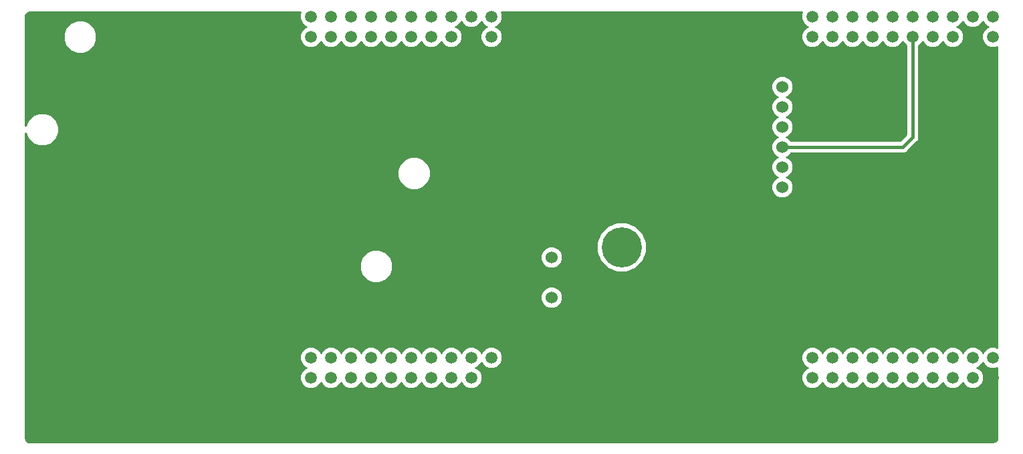
<source format=gbr>
G04 #@! TF.GenerationSoftware,KiCad,Pcbnew,(5.0.2)-1*
G04 #@! TF.CreationDate,2019-03-16T10:10:26-05:00*
G04 #@! TF.ProjectId,ClockingBoard_Hardware,436c6f63-6b69-46e6-9742-6f6172645f48,rev?*
G04 #@! TF.SameCoordinates,Original*
G04 #@! TF.FileFunction,Copper,L2,Bot*
G04 #@! TF.FilePolarity,Positive*
%FSLAX46Y46*%
G04 Gerber Fmt 4.6, Leading zero omitted, Abs format (unit mm)*
G04 Created by KiCad (PCBNEW (5.0.2)-1) date 3/16/2019 10:10:26 AM*
%MOMM*%
%LPD*%
G01*
G04 APERTURE LIST*
G04 #@! TA.AperFunction,ComponentPad*
%ADD10C,5.080000*%
G04 #@! TD*
G04 #@! TA.AperFunction,ComponentPad*
%ADD11C,1.524000*%
G04 #@! TD*
G04 #@! TA.AperFunction,ComponentPad*
%ADD12C,1.520000*%
G04 #@! TD*
G04 #@! TA.AperFunction,Conductor*
%ADD13C,0.381000*%
G04 #@! TD*
G04 #@! TA.AperFunction,Conductor*
%ADD14C,0.254000*%
G04 #@! TD*
G04 APERTURE END LIST*
D10*
G04 #@! TO.P,Conn1,2*
G04 #@! TO.N,/+12V*
X76200000Y-30480000D03*
G04 #@! TO.P,Conn1,1*
G04 #@! TO.N,GND*
X76200000Y-38354000D03*
G04 #@! TD*
D11*
G04 #@! TO.P,U1,1*
G04 #@! TO.N,/+12V*
X67310000Y-31750000D03*
G04 #@! TO.P,U1,2*
G04 #@! TO.N,GND*
X67310000Y-34290000D03*
G04 #@! TO.P,U1,3*
G04 #@! TO.N,+3V3*
X67310000Y-36830000D03*
G04 #@! TD*
G04 #@! TO.P,Conn2,1*
G04 #@! TO.N,+3V3*
X96520000Y-22860000D03*
G04 #@! TO.P,Conn2,2*
G04 #@! TO.N,Sync2*
X96520000Y-20320000D03*
G04 #@! TO.P,Conn2,3*
G04 #@! TO.N,Sync1*
X96520000Y-17780000D03*
G04 #@! TO.P,Conn2,4*
G04 #@! TO.N,ICG*
X96520000Y-15240000D03*
G04 #@! TO.P,Conn2,5*
G04 #@! TO.N,SH*
X96520000Y-12700000D03*
G04 #@! TO.P,Conn2,6*
G04 #@! TO.N,M*
X96520000Y-10160000D03*
G04 #@! TO.P,Conn2,7*
G04 #@! TO.N,GND*
X96520000Y-7620000D03*
G04 #@! TD*
D12*
G04 #@! TO.P,U2,+3V3'*
G04 #@! TO.N,+3V3*
X59690000Y-1270000D03*
G04 #@! TO.P,U2,PM6*
G04 #@! TO.N,N/C*
X36830000Y-46990000D03*
G04 #@! TO.P,U2,PQ1*
X39370000Y-46990000D03*
G04 #@! TO.P,U2,PQ2*
X46990000Y-46990000D03*
G04 #@! TO.P,U2,PK0*
X49530000Y-3810000D03*
G04 #@! TO.P,U2,PQ3*
X44450000Y-46990000D03*
G04 #@! TO.P,U2,PP3*
X41910000Y-46990000D03*
G04 #@! TO.P,U2,PQ0*
G04 #@! TO.N,Net-(U2-PadPQ0)*
X44450000Y-1270000D03*
G04 #@! TO.P,U2,PA4*
G04 #@! TO.N,N/C*
X39370000Y-3810000D03*
G04 #@! TO.P,U2,Rese`*
X49530000Y-46990000D03*
G04 #@! TO.P,U2,PA7*
X52070000Y-46990000D03*
G04 #@! TO.P,U2,PN5*
G04 #@! TO.N,Net-(U2-PadPN5)*
X39370000Y-1270000D03*
G04 #@! TO.P,U2,PK2*
G04 #@! TO.N,N/C*
X44450000Y-3810000D03*
G04 #@! TO.P,U2,PK1*
X46990000Y-3810000D03*
G04 #@! TO.P,U2,+5V`*
X59690000Y-3810000D03*
G04 #@! TO.P,U2,GND*
G04 #@! TO.N,GND*
X57150000Y-3810000D03*
G04 #@! TO.P,U2,PB4*
G04 #@! TO.N,N/C*
X54610000Y-3810000D03*
G04 #@! TO.P,U2,PB5*
X52070000Y-3810000D03*
G04 #@! TO.P,U2,PK3*
X41910000Y-3810000D03*
G04 #@! TO.P,U2,PA5*
X36830000Y-3810000D03*
G04 #@! TO.P,U2,PD2*
G04 #@! TO.N,Net-(U2-PadPD2)*
X57150000Y-1270000D03*
G04 #@! TO.P,U2,PP0*
G04 #@! TO.N,Net-(U2-PadPP0)*
X54610000Y-1270000D03*
G04 #@! TO.P,U2,PP1*
G04 #@! TO.N,Net-(U2-PadPP1)*
X52070000Y-1270000D03*
G04 #@! TO.P,U2,PD4*
G04 #@! TO.N,Net-(U2-PadPD4)*
X49530000Y-1270000D03*
G04 #@! TO.P,U2,PD5*
G04 #@! TO.N,Net-(U2-PadPD5)*
X46990000Y-1270000D03*
G04 #@! TO.P,U2,PP4*
G04 #@! TO.N,Net-(U2-PadPP4)*
X41910000Y-1270000D03*
G04 #@! TO.P,U2,PN4*
G04 #@! TO.N,Net-(U2-PadPN4)*
X36830000Y-1270000D03*
G04 #@! TO.P,U2,PG1*
G04 #@! TO.N,N/C*
X59690000Y-44450000D03*
G04 #@! TO.P,U2,PK4*
X57150000Y-44450000D03*
G04 #@! TO.P,U2,PK5*
X54610000Y-44450000D03*
G04 #@! TO.P,U2,PM0*
X52070000Y-44450000D03*
G04 #@! TO.P,U2,PM1*
X49530000Y-44450000D03*
G04 #@! TO.P,U2,PM2*
X46990000Y-44450000D03*
G04 #@! TO.P,U2,PH0*
X44450000Y-44450000D03*
G04 #@! TO.P,U2,PH1*
X41910000Y-44450000D03*
G04 #@! TO.P,U2,PK6*
X39370000Y-44450000D03*
G04 #@! TO.P,U2,PK7*
X36830000Y-44450000D03*
G04 #@! TO.P,U2,GND*
G04 #@! TO.N,GND*
X59690000Y-46990000D03*
G04 #@! TO.P,U2,PM7*
G04 #@! TO.N,N/C*
X57150000Y-46990000D03*
G04 #@! TO.P,U2,PP5*
X54610000Y-46990000D03*
G04 #@! TO.P,U2,+5V*
G04 #@! TO.N,Net-(U2-Pad+5V)*
X123190000Y-3810000D03*
G04 #@! TO.P,U2,GND*
G04 #@! TO.N,GND*
X120650000Y-3810000D03*
G04 #@! TO.P,U2,PE0*
G04 #@! TO.N,M*
X118110000Y-3810000D03*
G04 #@! TO.P,U2,PE1*
G04 #@! TO.N,ICG*
X115570000Y-3810000D03*
G04 #@! TO.P,U2,PE2*
G04 #@! TO.N,Sync1*
X113030000Y-3810000D03*
G04 #@! TO.P,U2,PE3*
G04 #@! TO.N,SH*
X110490000Y-3810000D03*
G04 #@! TO.P,U2,PD7*
G04 #@! TO.N,Net-(U2-PadPD7)*
X107950000Y-3810000D03*
G04 #@! TO.P,U2,PA6*
G04 #@! TO.N,Net-(U2-PadPA6)*
X105410000Y-3810000D03*
G04 #@! TO.P,U2,PM4*
G04 #@! TO.N,Net-(U2-PadPM4)*
X102870000Y-3810000D03*
G04 #@! TO.P,U2,PM5*
G04 #@! TO.N,Net-(U2-PadPM5)*
X100330000Y-3810000D03*
G04 #@! TO.P,U2,+3V3*
G04 #@! TO.N,Net-(U2-Pad+3V3)*
X123190000Y-1270000D03*
G04 #@! TO.P,U2,PE4*
G04 #@! TO.N,Sync2*
X120650000Y-1270000D03*
G04 #@! TO.P,U2,PC4*
G04 #@! TO.N,Net-(U2-PadPC4)*
X118110000Y-1270000D03*
G04 #@! TO.P,U2,PC5*
G04 #@! TO.N,Net-(U2-PadPC5)*
X115570000Y-1270000D03*
G04 #@! TO.P,U2,PC6*
G04 #@! TO.N,Net-(U2-PadPC6)*
X113030000Y-1270000D03*
G04 #@! TO.P,U2,PE5*
G04 #@! TO.N,Net-(U2-PadPE5)*
X110490000Y-1270000D03*
G04 #@! TO.P,U2,PD3*
G04 #@! TO.N,Net-(U2-PadPD3)*
X107950000Y-1270000D03*
G04 #@! TO.P,U2,PC7*
G04 #@! TO.N,Net-(U2-PadPC7)*
X105410000Y-1270000D03*
G04 #@! TO.P,U2,PB2*
G04 #@! TO.N,Net-(U2-PadPB2)*
X102870000Y-1270000D03*
G04 #@! TO.P,U2,PB3*
G04 #@! TO.N,Net-(U2-PadPB3)*
X100330000Y-1270000D03*
G04 #@! TO.P,U2,PF1*
G04 #@! TO.N,Net-(U2-PadPF1)*
X123190000Y-44450000D03*
G04 #@! TO.P,U2,PF2*
G04 #@! TO.N,Net-(U2-PadPF2)*
X120650000Y-44450000D03*
G04 #@! TO.P,U2,PF3*
G04 #@! TO.N,Net-(U2-PadPF3)*
X118110000Y-44450000D03*
G04 #@! TO.P,U2,PG0*
G04 #@! TO.N,Net-(U2-PadPG0)*
X115570000Y-44450000D03*
G04 #@! TO.P,U2,PL4*
G04 #@! TO.N,Net-(U2-PadPL4)*
X113030000Y-44450000D03*
G04 #@! TO.P,U2,PL5*
G04 #@! TO.N,Net-(U2-PadPL5)*
X110490000Y-44450000D03*
G04 #@! TO.P,U2,PL0*
G04 #@! TO.N,Net-(U2-PadPL0)*
X107950000Y-44450000D03*
G04 #@! TO.P,U2,PL1*
G04 #@! TO.N,Net-(U2-PadPL1)*
X105410000Y-44450000D03*
G04 #@! TO.P,U2,PL2*
G04 #@! TO.N,Net-(U2-PadPL2)*
X102870000Y-44450000D03*
G04 #@! TO.P,U2,PL3*
G04 #@! TO.N,Net-(U2-PadPL3)*
X100330000Y-44450000D03*
G04 #@! TO.P,U2,GND*
G04 #@! TO.N,GND*
X123190000Y-46990000D03*
G04 #@! TO.P,U2,PM3*
G04 #@! TO.N,Net-(U2-PadPM3)*
X120650000Y-46990000D03*
G04 #@! TO.P,U2,PH2*
G04 #@! TO.N,Net-(U2-PadPH2)*
X118110000Y-46990000D03*
G04 #@! TO.P,U2,PH3*
G04 #@! TO.N,Net-(U2-PadPH3)*
X115570000Y-46990000D03*
G04 #@! TO.P,U2,Rese*
G04 #@! TO.N,Net-(U2-PadRese)*
X113030000Y-46990000D03*
G04 #@! TO.P,U2,PD1*
G04 #@! TO.N,Net-(U2-PadPD1)*
X110490000Y-46990000D03*
G04 #@! TO.P,U2,PD0*
G04 #@! TO.N,Net-(U2-PadPD0)*
X107950000Y-46990000D03*
G04 #@! TO.P,U2,PN2*
G04 #@! TO.N,Net-(U2-PadPN2)*
X105410000Y-46990000D03*
G04 #@! TO.P,U2,PN3*
G04 #@! TO.N,Net-(U2-PadPN3)*
X102870000Y-46990000D03*
G04 #@! TO.P,U2,PP2*
G04 #@! TO.N,Net-(U2-PadPP2)*
X100330000Y-46990000D03*
G04 #@! TD*
D13*
G04 #@! TO.N,Sync1*
X113030000Y-3810000D02*
X113030000Y-16510000D01*
X113030000Y-16510000D02*
X111760000Y-17780000D01*
X111760000Y-17780000D02*
X96520000Y-17780000D01*
G04 #@! TD*
D14*
G04 #@! TO.N,GND*
G36*
X35435000Y-992517D02*
X35435000Y-1547483D01*
X35647376Y-2060204D01*
X36039796Y-2452624D01*
X36250740Y-2540000D01*
X36039796Y-2627376D01*
X35647376Y-3019796D01*
X35435000Y-3532517D01*
X35435000Y-4087483D01*
X35647376Y-4600204D01*
X36039796Y-4992624D01*
X36552517Y-5205000D01*
X37107483Y-5205000D01*
X37620204Y-4992624D01*
X38012624Y-4600204D01*
X38100000Y-4389260D01*
X38187376Y-4600204D01*
X38579796Y-4992624D01*
X39092517Y-5205000D01*
X39647483Y-5205000D01*
X40160204Y-4992624D01*
X40552624Y-4600204D01*
X40640000Y-4389260D01*
X40727376Y-4600204D01*
X41119796Y-4992624D01*
X41632517Y-5205000D01*
X42187483Y-5205000D01*
X42700204Y-4992624D01*
X43092624Y-4600204D01*
X43180000Y-4389260D01*
X43267376Y-4600204D01*
X43659796Y-4992624D01*
X44172517Y-5205000D01*
X44727483Y-5205000D01*
X45240204Y-4992624D01*
X45632624Y-4600204D01*
X45720000Y-4389260D01*
X45807376Y-4600204D01*
X46199796Y-4992624D01*
X46712517Y-5205000D01*
X47267483Y-5205000D01*
X47780204Y-4992624D01*
X48172624Y-4600204D01*
X48260000Y-4389260D01*
X48347376Y-4600204D01*
X48739796Y-4992624D01*
X49252517Y-5205000D01*
X49807483Y-5205000D01*
X50320204Y-4992624D01*
X50712624Y-4600204D01*
X50800000Y-4389260D01*
X50887376Y-4600204D01*
X51279796Y-4992624D01*
X51792517Y-5205000D01*
X52347483Y-5205000D01*
X52860204Y-4992624D01*
X53252624Y-4600204D01*
X53340000Y-4389260D01*
X53427376Y-4600204D01*
X53819796Y-4992624D01*
X54332517Y-5205000D01*
X54887483Y-5205000D01*
X55400204Y-4992624D01*
X55792624Y-4600204D01*
X56005000Y-4087483D01*
X56005000Y-3532517D01*
X55792624Y-3019796D01*
X55400204Y-2627376D01*
X55189260Y-2540000D01*
X55400204Y-2452624D01*
X55792624Y-2060204D01*
X55880000Y-1849260D01*
X55967376Y-2060204D01*
X56359796Y-2452624D01*
X56872517Y-2665000D01*
X57427483Y-2665000D01*
X57940204Y-2452624D01*
X58332624Y-2060204D01*
X58420000Y-1849260D01*
X58507376Y-2060204D01*
X58899796Y-2452624D01*
X59110740Y-2540000D01*
X58899796Y-2627376D01*
X58507376Y-3019796D01*
X58295000Y-3532517D01*
X58295000Y-4087483D01*
X58507376Y-4600204D01*
X58899796Y-4992624D01*
X59412517Y-5205000D01*
X59967483Y-5205000D01*
X60480204Y-4992624D01*
X60872624Y-4600204D01*
X61085000Y-4087483D01*
X61085000Y-3532517D01*
X60872624Y-3019796D01*
X60480204Y-2627376D01*
X60269260Y-2540000D01*
X60480204Y-2452624D01*
X60872624Y-2060204D01*
X61085000Y-1547483D01*
X61085000Y-992517D01*
X60967978Y-710000D01*
X99052022Y-710000D01*
X98935000Y-992517D01*
X98935000Y-1547483D01*
X99147376Y-2060204D01*
X99539796Y-2452624D01*
X99750740Y-2540000D01*
X99539796Y-2627376D01*
X99147376Y-3019796D01*
X98935000Y-3532517D01*
X98935000Y-4087483D01*
X99147376Y-4600204D01*
X99539796Y-4992624D01*
X100052517Y-5205000D01*
X100607483Y-5205000D01*
X101120204Y-4992624D01*
X101512624Y-4600204D01*
X101600000Y-4389260D01*
X101687376Y-4600204D01*
X102079796Y-4992624D01*
X102592517Y-5205000D01*
X103147483Y-5205000D01*
X103660204Y-4992624D01*
X104052624Y-4600204D01*
X104140000Y-4389260D01*
X104227376Y-4600204D01*
X104619796Y-4992624D01*
X105132517Y-5205000D01*
X105687483Y-5205000D01*
X106200204Y-4992624D01*
X106592624Y-4600204D01*
X106680000Y-4389260D01*
X106767376Y-4600204D01*
X107159796Y-4992624D01*
X107672517Y-5205000D01*
X108227483Y-5205000D01*
X108740204Y-4992624D01*
X109132624Y-4600204D01*
X109220000Y-4389260D01*
X109307376Y-4600204D01*
X109699796Y-4992624D01*
X110212517Y-5205000D01*
X110767483Y-5205000D01*
X111280204Y-4992624D01*
X111672624Y-4600204D01*
X111760000Y-4389260D01*
X111847376Y-4600204D01*
X112204500Y-4957328D01*
X112204501Y-16168066D01*
X111418068Y-16954500D01*
X97670157Y-16954500D01*
X97311337Y-16595680D01*
X97104487Y-16510000D01*
X97311337Y-16424320D01*
X97704320Y-16031337D01*
X97917000Y-15517881D01*
X97917000Y-14962119D01*
X97704320Y-14448663D01*
X97311337Y-14055680D01*
X97104487Y-13970000D01*
X97311337Y-13884320D01*
X97704320Y-13491337D01*
X97917000Y-12977881D01*
X97917000Y-12422119D01*
X97704320Y-11908663D01*
X97311337Y-11515680D01*
X97104487Y-11430000D01*
X97311337Y-11344320D01*
X97704320Y-10951337D01*
X97917000Y-10437881D01*
X97917000Y-9882119D01*
X97704320Y-9368663D01*
X97311337Y-8975680D01*
X96797881Y-8763000D01*
X96242119Y-8763000D01*
X95728663Y-8975680D01*
X95335680Y-9368663D01*
X95123000Y-9882119D01*
X95123000Y-10437881D01*
X95335680Y-10951337D01*
X95728663Y-11344320D01*
X95935513Y-11430000D01*
X95728663Y-11515680D01*
X95335680Y-11908663D01*
X95123000Y-12422119D01*
X95123000Y-12977881D01*
X95335680Y-13491337D01*
X95728663Y-13884320D01*
X95935513Y-13970000D01*
X95728663Y-14055680D01*
X95335680Y-14448663D01*
X95123000Y-14962119D01*
X95123000Y-15517881D01*
X95335680Y-16031337D01*
X95728663Y-16424320D01*
X95935513Y-16510000D01*
X95728663Y-16595680D01*
X95335680Y-16988663D01*
X95123000Y-17502119D01*
X95123000Y-18057881D01*
X95335680Y-18571337D01*
X95728663Y-18964320D01*
X95935513Y-19050000D01*
X95728663Y-19135680D01*
X95335680Y-19528663D01*
X95123000Y-20042119D01*
X95123000Y-20597881D01*
X95335680Y-21111337D01*
X95728663Y-21504320D01*
X95935513Y-21590000D01*
X95728663Y-21675680D01*
X95335680Y-22068663D01*
X95123000Y-22582119D01*
X95123000Y-23137881D01*
X95335680Y-23651337D01*
X95728663Y-24044320D01*
X96242119Y-24257000D01*
X96797881Y-24257000D01*
X97311337Y-24044320D01*
X97704320Y-23651337D01*
X97917000Y-23137881D01*
X97917000Y-22582119D01*
X97704320Y-22068663D01*
X97311337Y-21675680D01*
X97104487Y-21590000D01*
X97311337Y-21504320D01*
X97704320Y-21111337D01*
X97917000Y-20597881D01*
X97917000Y-20042119D01*
X97704320Y-19528663D01*
X97311337Y-19135680D01*
X97104487Y-19050000D01*
X97311337Y-18964320D01*
X97670157Y-18605500D01*
X111678699Y-18605500D01*
X111760000Y-18621672D01*
X111841301Y-18605500D01*
X111841303Y-18605500D01*
X112082094Y-18557604D01*
X112355152Y-18375152D01*
X112401209Y-18306223D01*
X113556226Y-17151207D01*
X113625152Y-17105152D01*
X113807604Y-16832094D01*
X113855500Y-16591303D01*
X113855500Y-16591299D01*
X113871671Y-16510001D01*
X113855500Y-16428703D01*
X113855500Y-4957328D01*
X114212624Y-4600204D01*
X114300000Y-4389260D01*
X114387376Y-4600204D01*
X114779796Y-4992624D01*
X115292517Y-5205000D01*
X115847483Y-5205000D01*
X116360204Y-4992624D01*
X116752624Y-4600204D01*
X116840000Y-4389260D01*
X116927376Y-4600204D01*
X117319796Y-4992624D01*
X117832517Y-5205000D01*
X118387483Y-5205000D01*
X118900204Y-4992624D01*
X119292624Y-4600204D01*
X119505000Y-4087483D01*
X119505000Y-3532517D01*
X119292624Y-3019796D01*
X118900204Y-2627376D01*
X118689260Y-2540000D01*
X118900204Y-2452624D01*
X119292624Y-2060204D01*
X119380000Y-1849260D01*
X119467376Y-2060204D01*
X119859796Y-2452624D01*
X120372517Y-2665000D01*
X120927483Y-2665000D01*
X121440204Y-2452624D01*
X121832624Y-2060204D01*
X121920000Y-1849260D01*
X122007376Y-2060204D01*
X122399796Y-2452624D01*
X122610740Y-2540000D01*
X122399796Y-2627376D01*
X122007376Y-3019796D01*
X121795000Y-3532517D01*
X121795000Y-4087483D01*
X122007376Y-4600204D01*
X122399796Y-4992624D01*
X122912517Y-5205000D01*
X123467483Y-5205000D01*
X123750001Y-5087977D01*
X123750000Y-43172022D01*
X123467483Y-43055000D01*
X122912517Y-43055000D01*
X122399796Y-43267376D01*
X122007376Y-43659796D01*
X121920000Y-43870740D01*
X121832624Y-43659796D01*
X121440204Y-43267376D01*
X120927483Y-43055000D01*
X120372517Y-43055000D01*
X119859796Y-43267376D01*
X119467376Y-43659796D01*
X119380000Y-43870740D01*
X119292624Y-43659796D01*
X118900204Y-43267376D01*
X118387483Y-43055000D01*
X117832517Y-43055000D01*
X117319796Y-43267376D01*
X116927376Y-43659796D01*
X116840000Y-43870740D01*
X116752624Y-43659796D01*
X116360204Y-43267376D01*
X115847483Y-43055000D01*
X115292517Y-43055000D01*
X114779796Y-43267376D01*
X114387376Y-43659796D01*
X114300000Y-43870740D01*
X114212624Y-43659796D01*
X113820204Y-43267376D01*
X113307483Y-43055000D01*
X112752517Y-43055000D01*
X112239796Y-43267376D01*
X111847376Y-43659796D01*
X111760000Y-43870740D01*
X111672624Y-43659796D01*
X111280204Y-43267376D01*
X110767483Y-43055000D01*
X110212517Y-43055000D01*
X109699796Y-43267376D01*
X109307376Y-43659796D01*
X109220000Y-43870740D01*
X109132624Y-43659796D01*
X108740204Y-43267376D01*
X108227483Y-43055000D01*
X107672517Y-43055000D01*
X107159796Y-43267376D01*
X106767376Y-43659796D01*
X106680000Y-43870740D01*
X106592624Y-43659796D01*
X106200204Y-43267376D01*
X105687483Y-43055000D01*
X105132517Y-43055000D01*
X104619796Y-43267376D01*
X104227376Y-43659796D01*
X104140000Y-43870740D01*
X104052624Y-43659796D01*
X103660204Y-43267376D01*
X103147483Y-43055000D01*
X102592517Y-43055000D01*
X102079796Y-43267376D01*
X101687376Y-43659796D01*
X101600000Y-43870740D01*
X101512624Y-43659796D01*
X101120204Y-43267376D01*
X100607483Y-43055000D01*
X100052517Y-43055000D01*
X99539796Y-43267376D01*
X99147376Y-43659796D01*
X98935000Y-44172517D01*
X98935000Y-44727483D01*
X99147376Y-45240204D01*
X99539796Y-45632624D01*
X99750740Y-45720000D01*
X99539796Y-45807376D01*
X99147376Y-46199796D01*
X98935000Y-46712517D01*
X98935000Y-47267483D01*
X99147376Y-47780204D01*
X99539796Y-48172624D01*
X100052517Y-48385000D01*
X100607483Y-48385000D01*
X101120204Y-48172624D01*
X101512624Y-47780204D01*
X101600000Y-47569260D01*
X101687376Y-47780204D01*
X102079796Y-48172624D01*
X102592517Y-48385000D01*
X103147483Y-48385000D01*
X103660204Y-48172624D01*
X104052624Y-47780204D01*
X104140000Y-47569260D01*
X104227376Y-47780204D01*
X104619796Y-48172624D01*
X105132517Y-48385000D01*
X105687483Y-48385000D01*
X106200204Y-48172624D01*
X106592624Y-47780204D01*
X106680000Y-47569260D01*
X106767376Y-47780204D01*
X107159796Y-48172624D01*
X107672517Y-48385000D01*
X108227483Y-48385000D01*
X108740204Y-48172624D01*
X109132624Y-47780204D01*
X109220000Y-47569260D01*
X109307376Y-47780204D01*
X109699796Y-48172624D01*
X110212517Y-48385000D01*
X110767483Y-48385000D01*
X111280204Y-48172624D01*
X111672624Y-47780204D01*
X111760000Y-47569260D01*
X111847376Y-47780204D01*
X112239796Y-48172624D01*
X112752517Y-48385000D01*
X113307483Y-48385000D01*
X113820204Y-48172624D01*
X114212624Y-47780204D01*
X114300000Y-47569260D01*
X114387376Y-47780204D01*
X114779796Y-48172624D01*
X115292517Y-48385000D01*
X115847483Y-48385000D01*
X116360204Y-48172624D01*
X116752624Y-47780204D01*
X116840000Y-47569260D01*
X116927376Y-47780204D01*
X117319796Y-48172624D01*
X117832517Y-48385000D01*
X118387483Y-48385000D01*
X118900204Y-48172624D01*
X119292624Y-47780204D01*
X119380000Y-47569260D01*
X119467376Y-47780204D01*
X119859796Y-48172624D01*
X120372517Y-48385000D01*
X120927483Y-48385000D01*
X121440204Y-48172624D01*
X121832624Y-47780204D01*
X122045000Y-47267483D01*
X122045000Y-46712517D01*
X121832624Y-46199796D01*
X121440204Y-45807376D01*
X121229260Y-45720000D01*
X121440204Y-45632624D01*
X121832624Y-45240204D01*
X121920000Y-45029260D01*
X122007376Y-45240204D01*
X122399796Y-45632624D01*
X122912517Y-45845000D01*
X123467483Y-45845000D01*
X123750000Y-45727978D01*
X123750000Y-54547881D01*
X123705935Y-54797787D01*
X123610596Y-54962919D01*
X123464524Y-55085488D01*
X123255532Y-55161555D01*
X123159004Y-55170000D01*
X1332119Y-55170000D01*
X1082213Y-55125935D01*
X917081Y-55030596D01*
X794512Y-54884524D01*
X718445Y-54675532D01*
X710000Y-54579004D01*
X710000Y-44172517D01*
X35435000Y-44172517D01*
X35435000Y-44727483D01*
X35647376Y-45240204D01*
X36039796Y-45632624D01*
X36250740Y-45720000D01*
X36039796Y-45807376D01*
X35647376Y-46199796D01*
X35435000Y-46712517D01*
X35435000Y-47267483D01*
X35647376Y-47780204D01*
X36039796Y-48172624D01*
X36552517Y-48385000D01*
X37107483Y-48385000D01*
X37620204Y-48172624D01*
X38012624Y-47780204D01*
X38100000Y-47569260D01*
X38187376Y-47780204D01*
X38579796Y-48172624D01*
X39092517Y-48385000D01*
X39647483Y-48385000D01*
X40160204Y-48172624D01*
X40552624Y-47780204D01*
X40640000Y-47569260D01*
X40727376Y-47780204D01*
X41119796Y-48172624D01*
X41632517Y-48385000D01*
X42187483Y-48385000D01*
X42700204Y-48172624D01*
X43092624Y-47780204D01*
X43180000Y-47569260D01*
X43267376Y-47780204D01*
X43659796Y-48172624D01*
X44172517Y-48385000D01*
X44727483Y-48385000D01*
X45240204Y-48172624D01*
X45632624Y-47780204D01*
X45720000Y-47569260D01*
X45807376Y-47780204D01*
X46199796Y-48172624D01*
X46712517Y-48385000D01*
X47267483Y-48385000D01*
X47780204Y-48172624D01*
X48172624Y-47780204D01*
X48260000Y-47569260D01*
X48347376Y-47780204D01*
X48739796Y-48172624D01*
X49252517Y-48385000D01*
X49807483Y-48385000D01*
X50320204Y-48172624D01*
X50712624Y-47780204D01*
X50800000Y-47569260D01*
X50887376Y-47780204D01*
X51279796Y-48172624D01*
X51792517Y-48385000D01*
X52347483Y-48385000D01*
X52860204Y-48172624D01*
X53252624Y-47780204D01*
X53340000Y-47569260D01*
X53427376Y-47780204D01*
X53819796Y-48172624D01*
X54332517Y-48385000D01*
X54887483Y-48385000D01*
X55400204Y-48172624D01*
X55792624Y-47780204D01*
X55880000Y-47569260D01*
X55967376Y-47780204D01*
X56359796Y-48172624D01*
X56872517Y-48385000D01*
X57427483Y-48385000D01*
X57940204Y-48172624D01*
X58332624Y-47780204D01*
X58545000Y-47267483D01*
X58545000Y-46712517D01*
X58332624Y-46199796D01*
X57940204Y-45807376D01*
X57729260Y-45720000D01*
X57940204Y-45632624D01*
X58332624Y-45240204D01*
X58420000Y-45029260D01*
X58507376Y-45240204D01*
X58899796Y-45632624D01*
X59412517Y-45845000D01*
X59967483Y-45845000D01*
X60480204Y-45632624D01*
X60872624Y-45240204D01*
X61085000Y-44727483D01*
X61085000Y-44172517D01*
X60872624Y-43659796D01*
X60480204Y-43267376D01*
X59967483Y-43055000D01*
X59412517Y-43055000D01*
X58899796Y-43267376D01*
X58507376Y-43659796D01*
X58420000Y-43870740D01*
X58332624Y-43659796D01*
X57940204Y-43267376D01*
X57427483Y-43055000D01*
X56872517Y-43055000D01*
X56359796Y-43267376D01*
X55967376Y-43659796D01*
X55880000Y-43870740D01*
X55792624Y-43659796D01*
X55400204Y-43267376D01*
X54887483Y-43055000D01*
X54332517Y-43055000D01*
X53819796Y-43267376D01*
X53427376Y-43659796D01*
X53340000Y-43870740D01*
X53252624Y-43659796D01*
X52860204Y-43267376D01*
X52347483Y-43055000D01*
X51792517Y-43055000D01*
X51279796Y-43267376D01*
X50887376Y-43659796D01*
X50800000Y-43870740D01*
X50712624Y-43659796D01*
X50320204Y-43267376D01*
X49807483Y-43055000D01*
X49252517Y-43055000D01*
X48739796Y-43267376D01*
X48347376Y-43659796D01*
X48260000Y-43870740D01*
X48172624Y-43659796D01*
X47780204Y-43267376D01*
X47267483Y-43055000D01*
X46712517Y-43055000D01*
X46199796Y-43267376D01*
X45807376Y-43659796D01*
X45720000Y-43870740D01*
X45632624Y-43659796D01*
X45240204Y-43267376D01*
X44727483Y-43055000D01*
X44172517Y-43055000D01*
X43659796Y-43267376D01*
X43267376Y-43659796D01*
X43180000Y-43870740D01*
X43092624Y-43659796D01*
X42700204Y-43267376D01*
X42187483Y-43055000D01*
X41632517Y-43055000D01*
X41119796Y-43267376D01*
X40727376Y-43659796D01*
X40640000Y-43870740D01*
X40552624Y-43659796D01*
X40160204Y-43267376D01*
X39647483Y-43055000D01*
X39092517Y-43055000D01*
X38579796Y-43267376D01*
X38187376Y-43659796D01*
X38100000Y-43870740D01*
X38012624Y-43659796D01*
X37620204Y-43267376D01*
X37107483Y-43055000D01*
X36552517Y-43055000D01*
X36039796Y-43267376D01*
X35647376Y-43659796D01*
X35435000Y-44172517D01*
X710000Y-44172517D01*
X710000Y-36552119D01*
X65913000Y-36552119D01*
X65913000Y-37107881D01*
X66125680Y-37621337D01*
X66518663Y-38014320D01*
X67032119Y-38227000D01*
X67587881Y-38227000D01*
X68101337Y-38014320D01*
X68494320Y-37621337D01*
X68707000Y-37107881D01*
X68707000Y-36552119D01*
X68494320Y-36038663D01*
X68101337Y-35645680D01*
X67587881Y-35433000D01*
X67032119Y-35433000D01*
X66518663Y-35645680D01*
X66125680Y-36038663D01*
X65913000Y-36552119D01*
X710000Y-36552119D01*
X710000Y-32468573D01*
X43009820Y-32468573D01*
X43009820Y-33307267D01*
X43330774Y-34082119D01*
X43923821Y-34675166D01*
X44698673Y-34996120D01*
X45537367Y-34996120D01*
X46312219Y-34675166D01*
X46905266Y-34082119D01*
X47226220Y-33307267D01*
X47226220Y-32468573D01*
X46905266Y-31693721D01*
X46683664Y-31472119D01*
X65913000Y-31472119D01*
X65913000Y-32027881D01*
X66125680Y-32541337D01*
X66518663Y-32934320D01*
X67032119Y-33147000D01*
X67587881Y-33147000D01*
X68101337Y-32934320D01*
X68494320Y-32541337D01*
X68707000Y-32027881D01*
X68707000Y-31472119D01*
X68494320Y-30958663D01*
X68101337Y-30565680D01*
X67587881Y-30353000D01*
X67032119Y-30353000D01*
X66518663Y-30565680D01*
X66125680Y-30958663D01*
X65913000Y-31472119D01*
X46683664Y-31472119D01*
X46312219Y-31100674D01*
X45537367Y-30779720D01*
X44698673Y-30779720D01*
X43923821Y-31100674D01*
X43330774Y-31693721D01*
X43009820Y-32468573D01*
X710000Y-32468573D01*
X710000Y-29848453D01*
X73025000Y-29848453D01*
X73025000Y-31111547D01*
X73508365Y-32278493D01*
X74401507Y-33171635D01*
X75568453Y-33655000D01*
X76831547Y-33655000D01*
X77998493Y-33171635D01*
X78891635Y-32278493D01*
X79375000Y-31111547D01*
X79375000Y-29848453D01*
X78891635Y-28681507D01*
X77998493Y-27788365D01*
X76831547Y-27305000D01*
X75568453Y-27305000D01*
X74401507Y-27788365D01*
X73508365Y-28681507D01*
X73025000Y-29848453D01*
X710000Y-29848453D01*
X710000Y-20715993D01*
X47823120Y-20715993D01*
X47823120Y-21554687D01*
X48144074Y-22329539D01*
X48737121Y-22922586D01*
X49511973Y-23243540D01*
X50350667Y-23243540D01*
X51125519Y-22922586D01*
X51718566Y-22329539D01*
X52039520Y-21554687D01*
X52039520Y-20715993D01*
X51718566Y-19941141D01*
X51125519Y-19348094D01*
X50350667Y-19027140D01*
X49511973Y-19027140D01*
X48737121Y-19348094D01*
X48144074Y-19941141D01*
X47823120Y-20715993D01*
X710000Y-20715993D01*
X710000Y-16009690D01*
X1019454Y-16756779D01*
X1612501Y-17349826D01*
X2387353Y-17670780D01*
X3226047Y-17670780D01*
X4000899Y-17349826D01*
X4593946Y-16756779D01*
X4914900Y-15981927D01*
X4914900Y-15143233D01*
X4593946Y-14368381D01*
X4000899Y-13775334D01*
X3226047Y-13454380D01*
X2387353Y-13454380D01*
X1612501Y-13775334D01*
X1019454Y-14368381D01*
X710000Y-15115470D01*
X710000Y-3390653D01*
X5511800Y-3390653D01*
X5511800Y-4229347D01*
X5832754Y-5004199D01*
X6425801Y-5597246D01*
X7200653Y-5918200D01*
X8039347Y-5918200D01*
X8814199Y-5597246D01*
X9407246Y-5004199D01*
X9728200Y-4229347D01*
X9728200Y-3390653D01*
X9407246Y-2615801D01*
X8814199Y-2022754D01*
X8039347Y-1701800D01*
X7200653Y-1701800D01*
X6425801Y-2022754D01*
X5832754Y-2615801D01*
X5511800Y-3390653D01*
X710000Y-3390653D01*
X710000Y-1332119D01*
X754065Y-1082213D01*
X849405Y-917080D01*
X995477Y-794512D01*
X1204465Y-718445D01*
X1300996Y-710000D01*
X35552022Y-710000D01*
X35435000Y-992517D01*
X35435000Y-992517D01*
G37*
X35435000Y-992517D02*
X35435000Y-1547483D01*
X35647376Y-2060204D01*
X36039796Y-2452624D01*
X36250740Y-2540000D01*
X36039796Y-2627376D01*
X35647376Y-3019796D01*
X35435000Y-3532517D01*
X35435000Y-4087483D01*
X35647376Y-4600204D01*
X36039796Y-4992624D01*
X36552517Y-5205000D01*
X37107483Y-5205000D01*
X37620204Y-4992624D01*
X38012624Y-4600204D01*
X38100000Y-4389260D01*
X38187376Y-4600204D01*
X38579796Y-4992624D01*
X39092517Y-5205000D01*
X39647483Y-5205000D01*
X40160204Y-4992624D01*
X40552624Y-4600204D01*
X40640000Y-4389260D01*
X40727376Y-4600204D01*
X41119796Y-4992624D01*
X41632517Y-5205000D01*
X42187483Y-5205000D01*
X42700204Y-4992624D01*
X43092624Y-4600204D01*
X43180000Y-4389260D01*
X43267376Y-4600204D01*
X43659796Y-4992624D01*
X44172517Y-5205000D01*
X44727483Y-5205000D01*
X45240204Y-4992624D01*
X45632624Y-4600204D01*
X45720000Y-4389260D01*
X45807376Y-4600204D01*
X46199796Y-4992624D01*
X46712517Y-5205000D01*
X47267483Y-5205000D01*
X47780204Y-4992624D01*
X48172624Y-4600204D01*
X48260000Y-4389260D01*
X48347376Y-4600204D01*
X48739796Y-4992624D01*
X49252517Y-5205000D01*
X49807483Y-5205000D01*
X50320204Y-4992624D01*
X50712624Y-4600204D01*
X50800000Y-4389260D01*
X50887376Y-4600204D01*
X51279796Y-4992624D01*
X51792517Y-5205000D01*
X52347483Y-5205000D01*
X52860204Y-4992624D01*
X53252624Y-4600204D01*
X53340000Y-4389260D01*
X53427376Y-4600204D01*
X53819796Y-4992624D01*
X54332517Y-5205000D01*
X54887483Y-5205000D01*
X55400204Y-4992624D01*
X55792624Y-4600204D01*
X56005000Y-4087483D01*
X56005000Y-3532517D01*
X55792624Y-3019796D01*
X55400204Y-2627376D01*
X55189260Y-2540000D01*
X55400204Y-2452624D01*
X55792624Y-2060204D01*
X55880000Y-1849260D01*
X55967376Y-2060204D01*
X56359796Y-2452624D01*
X56872517Y-2665000D01*
X57427483Y-2665000D01*
X57940204Y-2452624D01*
X58332624Y-2060204D01*
X58420000Y-1849260D01*
X58507376Y-2060204D01*
X58899796Y-2452624D01*
X59110740Y-2540000D01*
X58899796Y-2627376D01*
X58507376Y-3019796D01*
X58295000Y-3532517D01*
X58295000Y-4087483D01*
X58507376Y-4600204D01*
X58899796Y-4992624D01*
X59412517Y-5205000D01*
X59967483Y-5205000D01*
X60480204Y-4992624D01*
X60872624Y-4600204D01*
X61085000Y-4087483D01*
X61085000Y-3532517D01*
X60872624Y-3019796D01*
X60480204Y-2627376D01*
X60269260Y-2540000D01*
X60480204Y-2452624D01*
X60872624Y-2060204D01*
X61085000Y-1547483D01*
X61085000Y-992517D01*
X60967978Y-710000D01*
X99052022Y-710000D01*
X98935000Y-992517D01*
X98935000Y-1547483D01*
X99147376Y-2060204D01*
X99539796Y-2452624D01*
X99750740Y-2540000D01*
X99539796Y-2627376D01*
X99147376Y-3019796D01*
X98935000Y-3532517D01*
X98935000Y-4087483D01*
X99147376Y-4600204D01*
X99539796Y-4992624D01*
X100052517Y-5205000D01*
X100607483Y-5205000D01*
X101120204Y-4992624D01*
X101512624Y-4600204D01*
X101600000Y-4389260D01*
X101687376Y-4600204D01*
X102079796Y-4992624D01*
X102592517Y-5205000D01*
X103147483Y-5205000D01*
X103660204Y-4992624D01*
X104052624Y-4600204D01*
X104140000Y-4389260D01*
X104227376Y-4600204D01*
X104619796Y-4992624D01*
X105132517Y-5205000D01*
X105687483Y-5205000D01*
X106200204Y-4992624D01*
X106592624Y-4600204D01*
X106680000Y-4389260D01*
X106767376Y-4600204D01*
X107159796Y-4992624D01*
X107672517Y-5205000D01*
X108227483Y-5205000D01*
X108740204Y-4992624D01*
X109132624Y-4600204D01*
X109220000Y-4389260D01*
X109307376Y-4600204D01*
X109699796Y-4992624D01*
X110212517Y-5205000D01*
X110767483Y-5205000D01*
X111280204Y-4992624D01*
X111672624Y-4600204D01*
X111760000Y-4389260D01*
X111847376Y-4600204D01*
X112204500Y-4957328D01*
X112204501Y-16168066D01*
X111418068Y-16954500D01*
X97670157Y-16954500D01*
X97311337Y-16595680D01*
X97104487Y-16510000D01*
X97311337Y-16424320D01*
X97704320Y-16031337D01*
X97917000Y-15517881D01*
X97917000Y-14962119D01*
X97704320Y-14448663D01*
X97311337Y-14055680D01*
X97104487Y-13970000D01*
X97311337Y-13884320D01*
X97704320Y-13491337D01*
X97917000Y-12977881D01*
X97917000Y-12422119D01*
X97704320Y-11908663D01*
X97311337Y-11515680D01*
X97104487Y-11430000D01*
X97311337Y-11344320D01*
X97704320Y-10951337D01*
X97917000Y-10437881D01*
X97917000Y-9882119D01*
X97704320Y-9368663D01*
X97311337Y-8975680D01*
X96797881Y-8763000D01*
X96242119Y-8763000D01*
X95728663Y-8975680D01*
X95335680Y-9368663D01*
X95123000Y-9882119D01*
X95123000Y-10437881D01*
X95335680Y-10951337D01*
X95728663Y-11344320D01*
X95935513Y-11430000D01*
X95728663Y-11515680D01*
X95335680Y-11908663D01*
X95123000Y-12422119D01*
X95123000Y-12977881D01*
X95335680Y-13491337D01*
X95728663Y-13884320D01*
X95935513Y-13970000D01*
X95728663Y-14055680D01*
X95335680Y-14448663D01*
X95123000Y-14962119D01*
X95123000Y-15517881D01*
X95335680Y-16031337D01*
X95728663Y-16424320D01*
X95935513Y-16510000D01*
X95728663Y-16595680D01*
X95335680Y-16988663D01*
X95123000Y-17502119D01*
X95123000Y-18057881D01*
X95335680Y-18571337D01*
X95728663Y-18964320D01*
X95935513Y-19050000D01*
X95728663Y-19135680D01*
X95335680Y-19528663D01*
X95123000Y-20042119D01*
X95123000Y-20597881D01*
X95335680Y-21111337D01*
X95728663Y-21504320D01*
X95935513Y-21590000D01*
X95728663Y-21675680D01*
X95335680Y-22068663D01*
X95123000Y-22582119D01*
X95123000Y-23137881D01*
X95335680Y-23651337D01*
X95728663Y-24044320D01*
X96242119Y-24257000D01*
X96797881Y-24257000D01*
X97311337Y-24044320D01*
X97704320Y-23651337D01*
X97917000Y-23137881D01*
X97917000Y-22582119D01*
X97704320Y-22068663D01*
X97311337Y-21675680D01*
X97104487Y-21590000D01*
X97311337Y-21504320D01*
X97704320Y-21111337D01*
X97917000Y-20597881D01*
X97917000Y-20042119D01*
X97704320Y-19528663D01*
X97311337Y-19135680D01*
X97104487Y-19050000D01*
X97311337Y-18964320D01*
X97670157Y-18605500D01*
X111678699Y-18605500D01*
X111760000Y-18621672D01*
X111841301Y-18605500D01*
X111841303Y-18605500D01*
X112082094Y-18557604D01*
X112355152Y-18375152D01*
X112401209Y-18306223D01*
X113556226Y-17151207D01*
X113625152Y-17105152D01*
X113807604Y-16832094D01*
X113855500Y-16591303D01*
X113855500Y-16591299D01*
X113871671Y-16510001D01*
X113855500Y-16428703D01*
X113855500Y-4957328D01*
X114212624Y-4600204D01*
X114300000Y-4389260D01*
X114387376Y-4600204D01*
X114779796Y-4992624D01*
X115292517Y-5205000D01*
X115847483Y-5205000D01*
X116360204Y-4992624D01*
X116752624Y-4600204D01*
X116840000Y-4389260D01*
X116927376Y-4600204D01*
X117319796Y-4992624D01*
X117832517Y-5205000D01*
X118387483Y-5205000D01*
X118900204Y-4992624D01*
X119292624Y-4600204D01*
X119505000Y-4087483D01*
X119505000Y-3532517D01*
X119292624Y-3019796D01*
X118900204Y-2627376D01*
X118689260Y-2540000D01*
X118900204Y-2452624D01*
X119292624Y-2060204D01*
X119380000Y-1849260D01*
X119467376Y-2060204D01*
X119859796Y-2452624D01*
X120372517Y-2665000D01*
X120927483Y-2665000D01*
X121440204Y-2452624D01*
X121832624Y-2060204D01*
X121920000Y-1849260D01*
X122007376Y-2060204D01*
X122399796Y-2452624D01*
X122610740Y-2540000D01*
X122399796Y-2627376D01*
X122007376Y-3019796D01*
X121795000Y-3532517D01*
X121795000Y-4087483D01*
X122007376Y-4600204D01*
X122399796Y-4992624D01*
X122912517Y-5205000D01*
X123467483Y-5205000D01*
X123750001Y-5087977D01*
X123750000Y-43172022D01*
X123467483Y-43055000D01*
X122912517Y-43055000D01*
X122399796Y-43267376D01*
X122007376Y-43659796D01*
X121920000Y-43870740D01*
X121832624Y-43659796D01*
X121440204Y-43267376D01*
X120927483Y-43055000D01*
X120372517Y-43055000D01*
X119859796Y-43267376D01*
X119467376Y-43659796D01*
X119380000Y-43870740D01*
X119292624Y-43659796D01*
X118900204Y-43267376D01*
X118387483Y-43055000D01*
X117832517Y-43055000D01*
X117319796Y-43267376D01*
X116927376Y-43659796D01*
X116840000Y-43870740D01*
X116752624Y-43659796D01*
X116360204Y-43267376D01*
X115847483Y-43055000D01*
X115292517Y-43055000D01*
X114779796Y-43267376D01*
X114387376Y-43659796D01*
X114300000Y-43870740D01*
X114212624Y-43659796D01*
X113820204Y-43267376D01*
X113307483Y-43055000D01*
X112752517Y-43055000D01*
X112239796Y-43267376D01*
X111847376Y-43659796D01*
X111760000Y-43870740D01*
X111672624Y-43659796D01*
X111280204Y-43267376D01*
X110767483Y-43055000D01*
X110212517Y-43055000D01*
X109699796Y-43267376D01*
X109307376Y-43659796D01*
X109220000Y-43870740D01*
X109132624Y-43659796D01*
X108740204Y-43267376D01*
X108227483Y-43055000D01*
X107672517Y-43055000D01*
X107159796Y-43267376D01*
X106767376Y-43659796D01*
X106680000Y-43870740D01*
X106592624Y-43659796D01*
X106200204Y-43267376D01*
X105687483Y-43055000D01*
X105132517Y-43055000D01*
X104619796Y-43267376D01*
X104227376Y-43659796D01*
X104140000Y-43870740D01*
X104052624Y-43659796D01*
X103660204Y-43267376D01*
X103147483Y-43055000D01*
X102592517Y-43055000D01*
X102079796Y-43267376D01*
X101687376Y-43659796D01*
X101600000Y-43870740D01*
X101512624Y-43659796D01*
X101120204Y-43267376D01*
X100607483Y-43055000D01*
X100052517Y-43055000D01*
X99539796Y-43267376D01*
X99147376Y-43659796D01*
X98935000Y-44172517D01*
X98935000Y-44727483D01*
X99147376Y-45240204D01*
X99539796Y-45632624D01*
X99750740Y-45720000D01*
X99539796Y-45807376D01*
X99147376Y-46199796D01*
X98935000Y-46712517D01*
X98935000Y-47267483D01*
X99147376Y-47780204D01*
X99539796Y-48172624D01*
X100052517Y-48385000D01*
X100607483Y-48385000D01*
X101120204Y-48172624D01*
X101512624Y-47780204D01*
X101600000Y-47569260D01*
X101687376Y-47780204D01*
X102079796Y-48172624D01*
X102592517Y-48385000D01*
X103147483Y-48385000D01*
X103660204Y-48172624D01*
X104052624Y-47780204D01*
X104140000Y-47569260D01*
X104227376Y-47780204D01*
X104619796Y-48172624D01*
X105132517Y-48385000D01*
X105687483Y-48385000D01*
X106200204Y-48172624D01*
X106592624Y-47780204D01*
X106680000Y-47569260D01*
X106767376Y-47780204D01*
X107159796Y-48172624D01*
X107672517Y-48385000D01*
X108227483Y-48385000D01*
X108740204Y-48172624D01*
X109132624Y-47780204D01*
X109220000Y-47569260D01*
X109307376Y-47780204D01*
X109699796Y-48172624D01*
X110212517Y-48385000D01*
X110767483Y-48385000D01*
X111280204Y-48172624D01*
X111672624Y-47780204D01*
X111760000Y-47569260D01*
X111847376Y-47780204D01*
X112239796Y-48172624D01*
X112752517Y-48385000D01*
X113307483Y-48385000D01*
X113820204Y-48172624D01*
X114212624Y-47780204D01*
X114300000Y-47569260D01*
X114387376Y-47780204D01*
X114779796Y-48172624D01*
X115292517Y-48385000D01*
X115847483Y-48385000D01*
X116360204Y-48172624D01*
X116752624Y-47780204D01*
X116840000Y-47569260D01*
X116927376Y-47780204D01*
X117319796Y-48172624D01*
X117832517Y-48385000D01*
X118387483Y-48385000D01*
X118900204Y-48172624D01*
X119292624Y-47780204D01*
X119380000Y-47569260D01*
X119467376Y-47780204D01*
X119859796Y-48172624D01*
X120372517Y-48385000D01*
X120927483Y-48385000D01*
X121440204Y-48172624D01*
X121832624Y-47780204D01*
X122045000Y-47267483D01*
X122045000Y-46712517D01*
X121832624Y-46199796D01*
X121440204Y-45807376D01*
X121229260Y-45720000D01*
X121440204Y-45632624D01*
X121832624Y-45240204D01*
X121920000Y-45029260D01*
X122007376Y-45240204D01*
X122399796Y-45632624D01*
X122912517Y-45845000D01*
X123467483Y-45845000D01*
X123750000Y-45727978D01*
X123750000Y-54547881D01*
X123705935Y-54797787D01*
X123610596Y-54962919D01*
X123464524Y-55085488D01*
X123255532Y-55161555D01*
X123159004Y-55170000D01*
X1332119Y-55170000D01*
X1082213Y-55125935D01*
X917081Y-55030596D01*
X794512Y-54884524D01*
X718445Y-54675532D01*
X710000Y-54579004D01*
X710000Y-44172517D01*
X35435000Y-44172517D01*
X35435000Y-44727483D01*
X35647376Y-45240204D01*
X36039796Y-45632624D01*
X36250740Y-45720000D01*
X36039796Y-45807376D01*
X35647376Y-46199796D01*
X35435000Y-46712517D01*
X35435000Y-47267483D01*
X35647376Y-47780204D01*
X36039796Y-48172624D01*
X36552517Y-48385000D01*
X37107483Y-48385000D01*
X37620204Y-48172624D01*
X38012624Y-47780204D01*
X38100000Y-47569260D01*
X38187376Y-47780204D01*
X38579796Y-48172624D01*
X39092517Y-48385000D01*
X39647483Y-48385000D01*
X40160204Y-48172624D01*
X40552624Y-47780204D01*
X40640000Y-47569260D01*
X40727376Y-47780204D01*
X41119796Y-48172624D01*
X41632517Y-48385000D01*
X42187483Y-48385000D01*
X42700204Y-48172624D01*
X43092624Y-47780204D01*
X43180000Y-47569260D01*
X43267376Y-47780204D01*
X43659796Y-48172624D01*
X44172517Y-48385000D01*
X44727483Y-48385000D01*
X45240204Y-48172624D01*
X45632624Y-47780204D01*
X45720000Y-47569260D01*
X45807376Y-47780204D01*
X46199796Y-48172624D01*
X46712517Y-48385000D01*
X47267483Y-48385000D01*
X47780204Y-48172624D01*
X48172624Y-47780204D01*
X48260000Y-47569260D01*
X48347376Y-47780204D01*
X48739796Y-48172624D01*
X49252517Y-48385000D01*
X49807483Y-48385000D01*
X50320204Y-48172624D01*
X50712624Y-47780204D01*
X50800000Y-47569260D01*
X50887376Y-47780204D01*
X51279796Y-48172624D01*
X51792517Y-48385000D01*
X52347483Y-48385000D01*
X52860204Y-48172624D01*
X53252624Y-47780204D01*
X53340000Y-47569260D01*
X53427376Y-47780204D01*
X53819796Y-48172624D01*
X54332517Y-48385000D01*
X54887483Y-48385000D01*
X55400204Y-48172624D01*
X55792624Y-47780204D01*
X55880000Y-47569260D01*
X55967376Y-47780204D01*
X56359796Y-48172624D01*
X56872517Y-48385000D01*
X57427483Y-48385000D01*
X57940204Y-48172624D01*
X58332624Y-47780204D01*
X58545000Y-47267483D01*
X58545000Y-46712517D01*
X58332624Y-46199796D01*
X57940204Y-45807376D01*
X57729260Y-45720000D01*
X57940204Y-45632624D01*
X58332624Y-45240204D01*
X58420000Y-45029260D01*
X58507376Y-45240204D01*
X58899796Y-45632624D01*
X59412517Y-45845000D01*
X59967483Y-45845000D01*
X60480204Y-45632624D01*
X60872624Y-45240204D01*
X61085000Y-44727483D01*
X61085000Y-44172517D01*
X60872624Y-43659796D01*
X60480204Y-43267376D01*
X59967483Y-43055000D01*
X59412517Y-43055000D01*
X58899796Y-43267376D01*
X58507376Y-43659796D01*
X58420000Y-43870740D01*
X58332624Y-43659796D01*
X57940204Y-43267376D01*
X57427483Y-43055000D01*
X56872517Y-43055000D01*
X56359796Y-43267376D01*
X55967376Y-43659796D01*
X55880000Y-43870740D01*
X55792624Y-43659796D01*
X55400204Y-43267376D01*
X54887483Y-43055000D01*
X54332517Y-43055000D01*
X53819796Y-43267376D01*
X53427376Y-43659796D01*
X53340000Y-43870740D01*
X53252624Y-43659796D01*
X52860204Y-43267376D01*
X52347483Y-43055000D01*
X51792517Y-43055000D01*
X51279796Y-43267376D01*
X50887376Y-43659796D01*
X50800000Y-43870740D01*
X50712624Y-43659796D01*
X50320204Y-43267376D01*
X49807483Y-43055000D01*
X49252517Y-43055000D01*
X48739796Y-43267376D01*
X48347376Y-43659796D01*
X48260000Y-43870740D01*
X48172624Y-43659796D01*
X47780204Y-43267376D01*
X47267483Y-43055000D01*
X46712517Y-43055000D01*
X46199796Y-43267376D01*
X45807376Y-43659796D01*
X45720000Y-43870740D01*
X45632624Y-43659796D01*
X45240204Y-43267376D01*
X44727483Y-43055000D01*
X44172517Y-43055000D01*
X43659796Y-43267376D01*
X43267376Y-43659796D01*
X43180000Y-43870740D01*
X43092624Y-43659796D01*
X42700204Y-43267376D01*
X42187483Y-43055000D01*
X41632517Y-43055000D01*
X41119796Y-43267376D01*
X40727376Y-43659796D01*
X40640000Y-43870740D01*
X40552624Y-43659796D01*
X40160204Y-43267376D01*
X39647483Y-43055000D01*
X39092517Y-43055000D01*
X38579796Y-43267376D01*
X38187376Y-43659796D01*
X38100000Y-43870740D01*
X38012624Y-43659796D01*
X37620204Y-43267376D01*
X37107483Y-43055000D01*
X36552517Y-43055000D01*
X36039796Y-43267376D01*
X35647376Y-43659796D01*
X35435000Y-44172517D01*
X710000Y-44172517D01*
X710000Y-36552119D01*
X65913000Y-36552119D01*
X65913000Y-37107881D01*
X66125680Y-37621337D01*
X66518663Y-38014320D01*
X67032119Y-38227000D01*
X67587881Y-38227000D01*
X68101337Y-38014320D01*
X68494320Y-37621337D01*
X68707000Y-37107881D01*
X68707000Y-36552119D01*
X68494320Y-36038663D01*
X68101337Y-35645680D01*
X67587881Y-35433000D01*
X67032119Y-35433000D01*
X66518663Y-35645680D01*
X66125680Y-36038663D01*
X65913000Y-36552119D01*
X710000Y-36552119D01*
X710000Y-32468573D01*
X43009820Y-32468573D01*
X43009820Y-33307267D01*
X43330774Y-34082119D01*
X43923821Y-34675166D01*
X44698673Y-34996120D01*
X45537367Y-34996120D01*
X46312219Y-34675166D01*
X46905266Y-34082119D01*
X47226220Y-33307267D01*
X47226220Y-32468573D01*
X46905266Y-31693721D01*
X46683664Y-31472119D01*
X65913000Y-31472119D01*
X65913000Y-32027881D01*
X66125680Y-32541337D01*
X66518663Y-32934320D01*
X67032119Y-33147000D01*
X67587881Y-33147000D01*
X68101337Y-32934320D01*
X68494320Y-32541337D01*
X68707000Y-32027881D01*
X68707000Y-31472119D01*
X68494320Y-30958663D01*
X68101337Y-30565680D01*
X67587881Y-30353000D01*
X67032119Y-30353000D01*
X66518663Y-30565680D01*
X66125680Y-30958663D01*
X65913000Y-31472119D01*
X46683664Y-31472119D01*
X46312219Y-31100674D01*
X45537367Y-30779720D01*
X44698673Y-30779720D01*
X43923821Y-31100674D01*
X43330774Y-31693721D01*
X43009820Y-32468573D01*
X710000Y-32468573D01*
X710000Y-29848453D01*
X73025000Y-29848453D01*
X73025000Y-31111547D01*
X73508365Y-32278493D01*
X74401507Y-33171635D01*
X75568453Y-33655000D01*
X76831547Y-33655000D01*
X77998493Y-33171635D01*
X78891635Y-32278493D01*
X79375000Y-31111547D01*
X79375000Y-29848453D01*
X78891635Y-28681507D01*
X77998493Y-27788365D01*
X76831547Y-27305000D01*
X75568453Y-27305000D01*
X74401507Y-27788365D01*
X73508365Y-28681507D01*
X73025000Y-29848453D01*
X710000Y-29848453D01*
X710000Y-20715993D01*
X47823120Y-20715993D01*
X47823120Y-21554687D01*
X48144074Y-22329539D01*
X48737121Y-22922586D01*
X49511973Y-23243540D01*
X50350667Y-23243540D01*
X51125519Y-22922586D01*
X51718566Y-22329539D01*
X52039520Y-21554687D01*
X52039520Y-20715993D01*
X51718566Y-19941141D01*
X51125519Y-19348094D01*
X50350667Y-19027140D01*
X49511973Y-19027140D01*
X48737121Y-19348094D01*
X48144074Y-19941141D01*
X47823120Y-20715993D01*
X710000Y-20715993D01*
X710000Y-16009690D01*
X1019454Y-16756779D01*
X1612501Y-17349826D01*
X2387353Y-17670780D01*
X3226047Y-17670780D01*
X4000899Y-17349826D01*
X4593946Y-16756779D01*
X4914900Y-15981927D01*
X4914900Y-15143233D01*
X4593946Y-14368381D01*
X4000899Y-13775334D01*
X3226047Y-13454380D01*
X2387353Y-13454380D01*
X1612501Y-13775334D01*
X1019454Y-14368381D01*
X710000Y-15115470D01*
X710000Y-3390653D01*
X5511800Y-3390653D01*
X5511800Y-4229347D01*
X5832754Y-5004199D01*
X6425801Y-5597246D01*
X7200653Y-5918200D01*
X8039347Y-5918200D01*
X8814199Y-5597246D01*
X9407246Y-5004199D01*
X9728200Y-4229347D01*
X9728200Y-3390653D01*
X9407246Y-2615801D01*
X8814199Y-2022754D01*
X8039347Y-1701800D01*
X7200653Y-1701800D01*
X6425801Y-2022754D01*
X5832754Y-2615801D01*
X5511800Y-3390653D01*
X710000Y-3390653D01*
X710000Y-1332119D01*
X754065Y-1082213D01*
X849405Y-917080D01*
X995477Y-794512D01*
X1204465Y-718445D01*
X1300996Y-710000D01*
X35552022Y-710000D01*
X35435000Y-992517D01*
G04 #@! TD*
M02*

</source>
